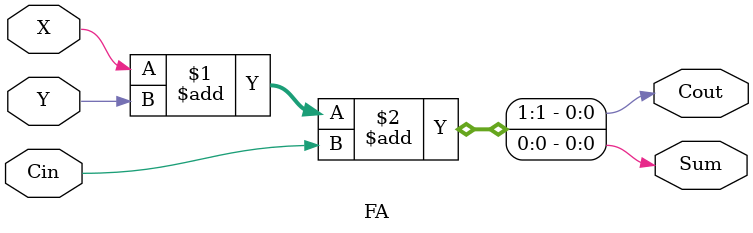
<source format=v>
module FA(X,Y,Cin,Cout,Sum);

input X, Y,Cin;
output Cout, Sum;

	assign{Cout, Sum} = X + Y + Cin;

endmodule
</source>
